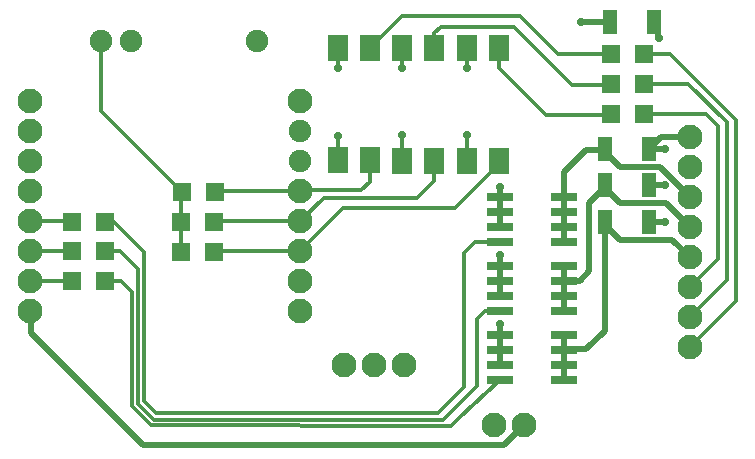
<source format=gbr>
%FSLAX34Y34*%
%MOMM*%
%LNCOPPER_TOP*%
G71*
G01*
%ADD10C,2.100*%
%ADD11C,1.900*%
%ADD12C,0.300*%
%ADD13C,0.700*%
%ADD14C,0.500*%
%ADD15R,1.600X1.600*%
%ADD16R,1.300X2.000*%
%ADD17R,1.700X2.300*%
%ADD18R,2.200X0.700*%
%LPD*%
X39850Y304650D02*
G54D10*
D03*
X39850Y279250D02*
G54D10*
D03*
X39850Y253850D02*
G54D10*
D03*
X39850Y228450D02*
G54D10*
D03*
X39850Y203050D02*
G54D10*
D03*
X39850Y177650D02*
G54D10*
D03*
X39850Y152250D02*
G54D10*
D03*
X39850Y126850D02*
G54D10*
D03*
X268450Y304650D02*
G54D10*
D03*
X268450Y279250D02*
G54D11*
D03*
X268450Y253850D02*
G54D11*
D03*
X268450Y228450D02*
G54D10*
D03*
X268450Y203050D02*
G54D10*
D03*
X268450Y177650D02*
G54D10*
D03*
X268450Y152250D02*
G54D10*
D03*
X268450Y126850D02*
G54D10*
D03*
X125016Y355600D02*
G54D11*
D03*
X231378Y355600D02*
G54D11*
D03*
G54D12*
X103172Y152250D02*
X116284Y152400D01*
X125809Y142875D01*
X125809Y46037D01*
X142081Y29766D01*
X396081Y29369D01*
X403225Y36513D01*
X437301Y68501D01*
X571897Y357981D02*
G54D13*
D03*
G54D14*
X505619Y371078D02*
X530635Y371231D01*
G54D14*
X568235Y371131D02*
X571897Y357981D01*
X598091Y96044D02*
G54D10*
D03*
X598091Y121444D02*
G54D10*
D03*
X598091Y146844D02*
G54D10*
D03*
X598091Y172244D02*
G54D10*
D03*
X598091Y197644D02*
G54D10*
D03*
X598091Y223044D02*
G54D10*
D03*
X598091Y248444D02*
G54D10*
D03*
X598091Y273844D02*
G54D10*
D03*
G54D14*
X563857Y263821D02*
X573881Y273844D01*
X598091Y273843D01*
G54D14*
X598091Y223043D02*
X572691Y248444D01*
X538956Y248444D01*
X526257Y261143D01*
X103172Y152250D02*
G54D15*
D03*
X75172Y152250D02*
G54D15*
D03*
X103172Y177253D02*
G54D15*
D03*
X75172Y177253D02*
G54D15*
D03*
G54D14*
X457597Y29766D02*
X440928Y13097D01*
X134938Y13097D01*
X40139Y107862D01*
X39850Y126850D01*
X99616Y355600D02*
G54D11*
D03*
X457597Y29766D02*
G54D10*
D03*
X568235Y371131D02*
G54D16*
D03*
X530635Y371231D02*
G54D16*
D03*
X563857Y263821D02*
G54D16*
D03*
X526257Y263921D02*
G54D16*
D03*
G54D12*
X103172Y177253D02*
X115888Y177403D01*
X130969Y162322D01*
X130969Y48022D01*
X144462Y34528D01*
X388938Y34528D01*
X417909Y63500D01*
X417909Y119856D01*
X425053Y127000D01*
X437301Y126841D01*
X39850Y279250D02*
G54D13*
D03*
X505619Y371078D02*
G54D13*
D03*
X354666Y253917D02*
G54D17*
D03*
X381654Y253917D02*
G54D17*
D03*
X381654Y349092D02*
G54D17*
D03*
X354666Y349092D02*
G54D17*
D03*
X300038Y254075D02*
G54D17*
D03*
X327025Y254075D02*
G54D17*
D03*
X327025Y349250D02*
G54D17*
D03*
X300038Y349250D02*
G54D17*
D03*
G54D12*
X39850Y152250D02*
X75172Y152250D01*
G54D12*
X39850Y177650D02*
X75172Y177650D01*
X195062Y176867D02*
G54D15*
D03*
X167062Y176867D02*
G54D15*
D03*
X195458Y202267D02*
G54D15*
D03*
X167458Y202267D02*
G54D15*
D03*
G54D12*
X167062Y176867D02*
X167062Y201870D01*
X167458Y202267D01*
X559491Y318987D02*
G54D15*
D03*
X531491Y318987D02*
G54D15*
D03*
X559491Y293587D02*
G54D15*
D03*
X531491Y293587D02*
G54D15*
D03*
X195855Y227667D02*
G54D15*
D03*
X167855Y227667D02*
G54D15*
D03*
X300038Y275109D02*
G54D13*
D03*
X354666Y275745D02*
G54D13*
D03*
X409832Y275348D02*
G54D13*
D03*
G54D12*
X300038Y275109D02*
X300038Y253281D01*
G54D12*
X354666Y275745D02*
X354666Y253917D01*
G54D12*
X167458Y202267D02*
X167458Y227270D01*
X167855Y227667D01*
X598091Y223044D02*
G54D10*
D03*
X432197Y29766D02*
G54D10*
D03*
X559491Y344387D02*
G54D15*
D03*
X531491Y344387D02*
G54D15*
D03*
G54D12*
X563857Y293587D02*
X611685Y293587D01*
X622300Y282972D01*
X622300Y171053D01*
X598091Y146843D01*
G54D12*
X563857Y318987D02*
X597000Y318987D01*
X629444Y286544D01*
X629444Y152797D01*
X598091Y121443D01*
G54D12*
X563857Y344387D02*
X581125Y344387D01*
X636984Y288528D01*
X636984Y134937D01*
X598091Y96043D01*
X409832Y253917D02*
G54D17*
D03*
X436820Y253917D02*
G54D17*
D03*
X436820Y349092D02*
G54D17*
D03*
X409832Y349092D02*
G54D17*
D03*
G54D12*
X409832Y275348D02*
X409832Y253917D01*
X300038Y332581D02*
G54D13*
D03*
X354666Y332423D02*
G54D13*
D03*
X409832Y332423D02*
G54D13*
D03*
G54D12*
X300038Y332581D02*
X300038Y349250D01*
G54D12*
X354666Y332423D02*
X354666Y349092D01*
G54D12*
X409832Y332423D02*
X409832Y349092D01*
G54D12*
X436820Y349092D02*
X436820Y332721D01*
X476647Y292894D01*
X535164Y292894D01*
X535857Y293587D01*
G54D12*
X381654Y349092D02*
X381654Y361810D01*
X387350Y367506D01*
X449262Y367506D01*
X498475Y318294D01*
X535164Y318294D01*
X535857Y318987D01*
G54D12*
X535857Y344387D02*
X486272Y344387D01*
X454025Y376634D01*
X354410Y376634D01*
X327025Y349250D01*
X437301Y223282D02*
G54D18*
D03*
X437301Y210582D02*
G54D18*
D03*
X437301Y197882D02*
G54D18*
D03*
X437301Y185182D02*
G54D18*
D03*
X491301Y185182D02*
G54D18*
D03*
X491301Y197882D02*
G54D18*
D03*
X491301Y210582D02*
G54D18*
D03*
X491301Y223282D02*
G54D18*
D03*
X437301Y164941D02*
G54D18*
D03*
X437301Y152241D02*
G54D18*
D03*
X437301Y139542D02*
G54D18*
D03*
X437301Y126841D02*
G54D18*
D03*
X491301Y126841D02*
G54D18*
D03*
X491301Y139542D02*
G54D18*
D03*
X491301Y152241D02*
G54D18*
D03*
X491301Y164942D02*
G54D18*
D03*
X437301Y106601D02*
G54D18*
D03*
X437301Y93901D02*
G54D18*
D03*
X437301Y81201D02*
G54D18*
D03*
X437301Y68501D02*
G54D18*
D03*
X491301Y68501D02*
G54D18*
D03*
X491301Y81201D02*
G54D18*
D03*
X491301Y93901D02*
G54D18*
D03*
X491301Y106601D02*
G54D18*
D03*
X103172Y202256D02*
G54D15*
D03*
X75172Y202256D02*
G54D15*
D03*
G54D12*
X39850Y203050D02*
X74378Y203050D01*
X75172Y202256D01*
G54D12*
X99616Y355600D02*
X99616Y296069D01*
X167855Y227667D01*
G54D12*
X103172Y202256D02*
X110878Y202256D01*
X136128Y177006D01*
X136128Y50403D01*
X146447Y40084D01*
X384572Y40084D01*
X407194Y62706D01*
X407194Y175816D01*
X416322Y184944D01*
X437063Y184944D01*
X437301Y185182D01*
G54D14*
X437301Y223282D02*
X437301Y210582D01*
X437301Y197882D01*
G54D14*
X437301Y164941D02*
X437301Y152241D01*
X437301Y139542D01*
G54D14*
X437301Y106601D02*
X437301Y93901D01*
X437301Y81201D01*
G54D14*
X491301Y68501D02*
X491301Y81201D01*
X491301Y93901D01*
X491301Y106601D01*
G54D14*
X491301Y126841D02*
X491301Y139542D01*
X491301Y152241D01*
X491301Y164942D01*
G54D14*
X491301Y185182D02*
X491301Y197882D01*
X491301Y210582D01*
X491301Y223282D01*
X437301Y232013D02*
G54D13*
D03*
X437301Y173673D02*
G54D13*
D03*
X437301Y115332D02*
G54D13*
D03*
G54D14*
X437301Y232013D02*
X437301Y210582D01*
G54D14*
X437301Y173673D02*
X437301Y164941D01*
G54D14*
X437301Y115332D02*
X437301Y106601D01*
G54D14*
X598091Y197643D02*
X577850Y218281D01*
X538956Y217884D01*
X526257Y230584D01*
X563857Y233262D02*
G54D16*
D03*
X526257Y233362D02*
G54D16*
D03*
G54D14*
X598091Y172243D02*
X583406Y186928D01*
X538956Y186928D01*
X526257Y199628D01*
X563857Y202306D02*
G54D16*
D03*
X526257Y202406D02*
G54D16*
D03*
X577350Y202306D02*
G54D13*
D03*
X577350Y233262D02*
G54D13*
D03*
X577350Y263821D02*
G54D13*
D03*
G54D14*
X563857Y263821D02*
X577350Y263821D01*
G54D14*
X577350Y233262D02*
X563857Y233262D01*
G54D14*
X577350Y202306D02*
X563857Y202306D01*
G54D14*
X526257Y202406D02*
X526257Y109935D01*
X510381Y94059D01*
X491460Y94059D01*
X491301Y93901D01*
G54D14*
X526257Y233362D02*
X526257Y231379D01*
X512762Y217884D01*
X512762Y160337D01*
X504825Y152400D01*
X491460Y152400D01*
X491301Y152241D01*
G54D14*
X491301Y223282D02*
X491301Y244445D01*
X509984Y263128D01*
X525463Y263128D01*
X526257Y263921D01*
G54D12*
X327025Y254075D02*
X327025Y236141D01*
X319881Y228997D01*
X268997Y228997D01*
X268450Y228450D01*
G54D12*
X381654Y253917D02*
X381654Y236795D01*
X367506Y222647D01*
X288047Y222647D01*
X268450Y203050D01*
G54D12*
X436820Y253917D02*
X436820Y250685D01*
X399653Y213519D01*
X304319Y213519D01*
X268450Y177650D01*
G54D12*
X268450Y228450D02*
X196638Y228450D01*
X195855Y227667D01*
G54D12*
X268450Y203050D02*
X196241Y203050D01*
X195458Y202267D01*
G54D12*
X268450Y177650D02*
X195845Y177650D01*
X195062Y176867D01*
X305197Y80566D02*
G54D10*
D03*
X330597Y80566D02*
G54D10*
D03*
X355997Y80566D02*
G54D10*
D03*
M02*

</source>
